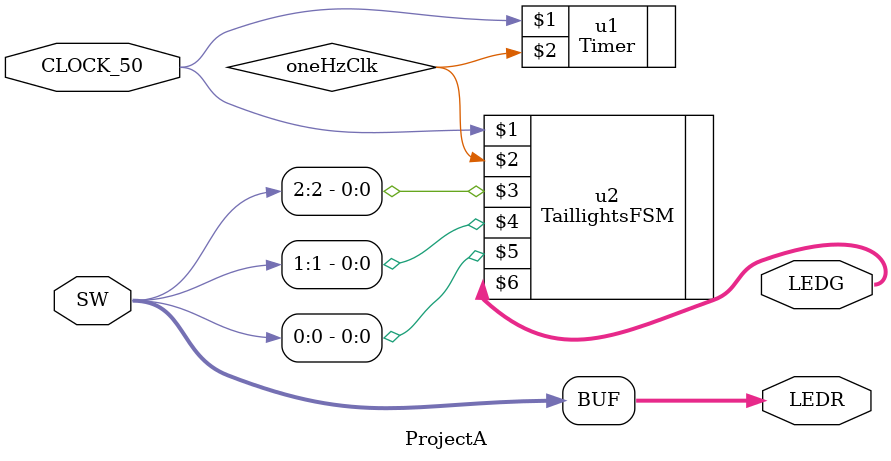
<source format=sv>
module ProjectA(CLOCK_50, SW, LEDR, LEDG);
	input CLOCK_50;
	input [2:0] SW;					// SW[0] = hazard, SW[1] = right, SW[2] = left
	output [2:0] LEDR;
	output [5:0] LEDG;				// LEDG[5:3] = LcLbLa, LEDG[2:0] = RaRbRc
	logic oneHzClk;
	
	assign LEDR = SW;					// Assign the switches to the LEDRs to display state of switches.
	
	// module Timer(Clock, Out);
	Timer u1(CLOCK_50, oneHzClk);
	
	// TaillightsFSM(Clock, Enable, L, R, H, out);
	TaillightsFSM u2(CLOCK_50, oneHzClk, SW[2], SW[1], SW[0], LEDG[5:0]);
endmodule 
</source>
